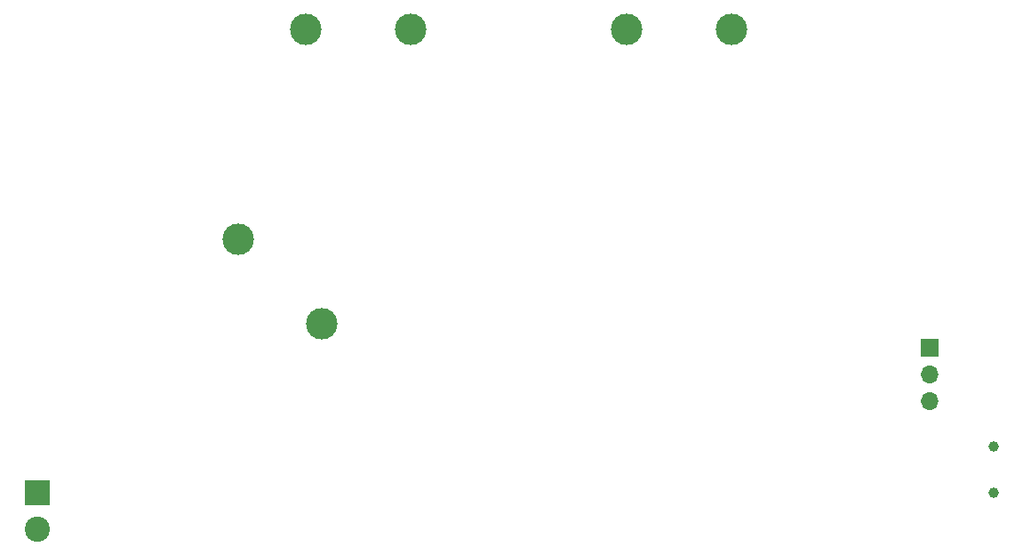
<source format=gbr>
%TF.GenerationSoftware,KiCad,Pcbnew,7.0.10+1*%
%TF.CreationDate,2024-03-16T10:02:45+01:00*%
%TF.ProjectId,PCB,5043422e-6b69-4636-9164-5f7063625858,rev?*%
%TF.SameCoordinates,Original*%
%TF.FileFunction,Soldermask,Bot*%
%TF.FilePolarity,Negative*%
%FSLAX46Y46*%
G04 Gerber Fmt 4.6, Leading zero omitted, Abs format (unit mm)*
G04 Created by KiCad (PCBNEW 7.0.10+1) date 2024-03-16 10:02:45*
%MOMM*%
%LPD*%
G01*
G04 APERTURE LIST*
%ADD10R,1.700000X1.700000*%
%ADD11O,1.700000X1.700000*%
%ADD12C,3.000000*%
%ADD13C,1.000000*%
%ADD14R,2.400000X2.400000*%
%ADD15C,2.400000*%
G04 APERTURE END LIST*
D10*
%TO.C,J3*%
X131862000Y-127353000D03*
D11*
X131862000Y-129893000D03*
X131862000Y-132433000D03*
%TD*%
D12*
%TO.C,TP1*%
X103000000Y-97000000D03*
%TD*%
%TO.C,TP5*%
X66000000Y-117000000D03*
%TD*%
%TO.C,TP6*%
X113000000Y-97000000D03*
%TD*%
D13*
%TO.C,J1*%
X138000000Y-141110000D03*
X138000000Y-136710000D03*
%TD*%
D14*
%TO.C,J2*%
X46863000Y-141097000D03*
D15*
X46863000Y-144597000D03*
%TD*%
D12*
%TO.C,TP2*%
X72492000Y-97000000D03*
%TD*%
%TO.C,TP3*%
X82492000Y-97000000D03*
%TD*%
%TO.C,TP4*%
X74000000Y-125000000D03*
%TD*%
M02*

</source>
